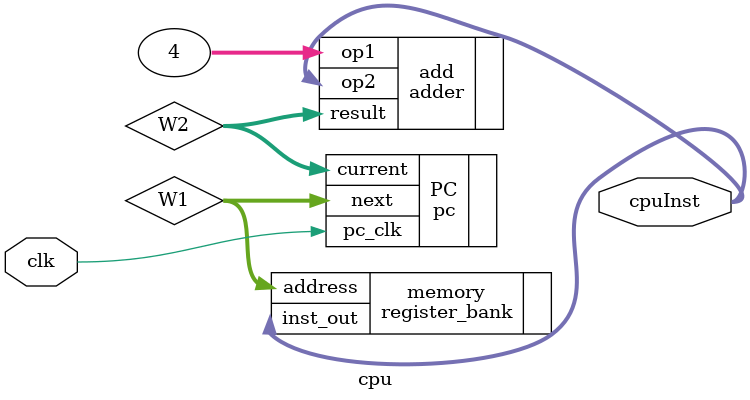
<source format=v>
`timescale 1ns/1ns

module cpu(clk, cpuInst);
  input clk;
  output [31:0] cpuInst;

  wire [31:0] W1, W2;

  pc PC(.pc_clk(clk), .next(W1), .current(W2));
  register_bank memory(.address(W1), .inst_out(cpuInst));
  adder add(.op1(4), .op2(cpuInst), .result(W2));
  
endmodule
</source>
